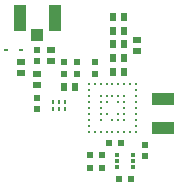
<source format=gbp>
G04*
G04 #@! TF.GenerationSoftware,Altium Limited,Altium Designer,19.1.5 (86)*
G04*
G04 Layer_Color=128*
%FSAX25Y25*%
%MOIN*%
G70*
G01*
G75*
%ADD27R,0.01417X0.00984*%
%ADD28R,0.02520X0.02362*%
%ADD29R,0.02362X0.02520*%
%ADD30R,0.03937X0.03937*%
%ADD31R,0.04134X0.08661*%
%ADD32R,0.02441X0.02244*%
%ADD33R,0.00787X0.01181*%
%ADD34R,0.02362X0.01968*%
%ADD35R,0.01772X0.01181*%
%ADD36R,0.01968X0.02362*%
%ADD37C,0.01063*%
%ADD38R,0.07480X0.04331*%
D27*
X0128905Y0174449D02*
D03*
X0133630D02*
D03*
D28*
X0172606Y0174291D02*
D03*
Y0178071D02*
D03*
X0139181Y0166559D02*
D03*
Y0162779D02*
D03*
X0143630Y0170787D02*
D03*
Y0174567D02*
D03*
X0133634Y0170642D02*
D03*
Y0166862D02*
D03*
D29*
X0168157Y0185551D02*
D03*
X0164378D02*
D03*
X0168195Y0167323D02*
D03*
X0164415D02*
D03*
X0168195Y0176457D02*
D03*
X0164415D02*
D03*
X0168195Y0171890D02*
D03*
X0164415D02*
D03*
X0168195Y0180984D02*
D03*
X0164415D02*
D03*
X0148039Y0162362D02*
D03*
X0151819D02*
D03*
D30*
X0139181Y0179457D02*
D03*
D31*
X0133374Y0185362D02*
D03*
X0144988D02*
D03*
D32*
X0139181Y0170787D02*
D03*
Y0174488D02*
D03*
Y0154754D02*
D03*
Y0158455D02*
D03*
D33*
X0148354Y0157244D02*
D03*
X0146386D02*
D03*
X0144417D02*
D03*
Y0154882D02*
D03*
X0146386D02*
D03*
X0148354D02*
D03*
D34*
X0152409Y0166654D02*
D03*
Y0170591D02*
D03*
X0148039Y0166654D02*
D03*
Y0170591D02*
D03*
X0158472Y0166732D02*
D03*
Y0170669D02*
D03*
X0175205Y0139134D02*
D03*
Y0143071D02*
D03*
D35*
X0171051Y0135669D02*
D03*
Y0137638D02*
D03*
Y0139606D02*
D03*
X0165736Y0135669D02*
D03*
Y0137638D02*
D03*
Y0139606D02*
D03*
D36*
X0160835Y0139567D02*
D03*
X0156898D02*
D03*
X0160795Y0135236D02*
D03*
X0156858D02*
D03*
X0170283Y0131575D02*
D03*
X0166347D02*
D03*
X0163236Y0143425D02*
D03*
X0167173D02*
D03*
D37*
X0172134Y0163150D02*
D03*
X0170165D02*
D03*
X0168197D02*
D03*
X0166228D02*
D03*
X0164260D02*
D03*
X0162291D02*
D03*
X0160323D02*
D03*
X0158354D02*
D03*
X0156386D02*
D03*
X0172134Y0147402D02*
D03*
Y0149370D02*
D03*
Y0151339D02*
D03*
Y0153307D02*
D03*
Y0155276D02*
D03*
Y0157244D02*
D03*
Y0159213D02*
D03*
Y0161181D02*
D03*
X0170165Y0147402D02*
D03*
X0168197D02*
D03*
Y0151339D02*
D03*
Y0153307D02*
D03*
Y0155276D02*
D03*
Y0157244D02*
D03*
Y0159213D02*
D03*
X0166228Y0147402D02*
D03*
Y0151339D02*
D03*
Y0153307D02*
D03*
Y0157244D02*
D03*
Y0159213D02*
D03*
X0164260Y0147402D02*
D03*
Y0151339D02*
D03*
Y0159213D02*
D03*
X0162291Y0147402D02*
D03*
Y0153307D02*
D03*
Y0157244D02*
D03*
Y0159213D02*
D03*
X0160323Y0147402D02*
D03*
Y0151339D02*
D03*
Y0153307D02*
D03*
Y0155276D02*
D03*
Y0157244D02*
D03*
Y0159213D02*
D03*
X0158354Y0147402D02*
D03*
X0156386D02*
D03*
Y0149370D02*
D03*
Y0151339D02*
D03*
Y0153307D02*
D03*
Y0155276D02*
D03*
Y0157244D02*
D03*
Y0159213D02*
D03*
Y0161181D02*
D03*
D38*
X0181150Y0148425D02*
D03*
Y0158268D02*
D03*
M02*

</source>
